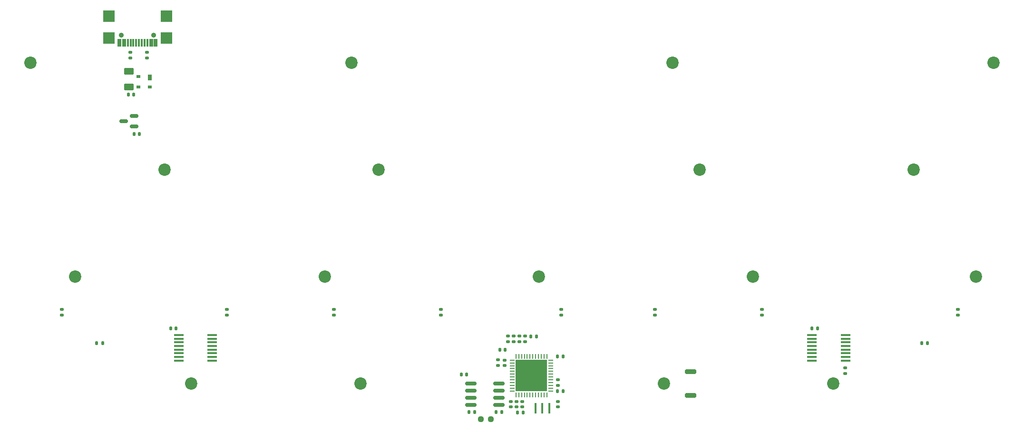
<source format=gbr>
%TF.GenerationSoftware,KiCad,Pcbnew,(7.0.0)*%
%TF.CreationDate,2023-05-05T19:02:53+02:00*%
%TF.ProjectId,travaulta revision,74726176-6175-46c7-9461-207265766973,rev?*%
%TF.SameCoordinates,Original*%
%TF.FileFunction,Soldermask,Bot*%
%TF.FilePolarity,Negative*%
%FSLAX46Y46*%
G04 Gerber Fmt 4.6, Leading zero omitted, Abs format (unit mm)*
G04 Created by KiCad (PCBNEW (7.0.0)) date 2023-05-05 19:02:53*
%MOMM*%
%LPD*%
G01*
G04 APERTURE LIST*
G04 Aperture macros list*
%AMRoundRect*
0 Rectangle with rounded corners*
0 $1 Rounding radius*
0 $2 $3 $4 $5 $6 $7 $8 $9 X,Y pos of 4 corners*
0 Add a 4 corners polygon primitive as box body*
4,1,4,$2,$3,$4,$5,$6,$7,$8,$9,$2,$3,0*
0 Add four circle primitives for the rounded corners*
1,1,$1+$1,$2,$3*
1,1,$1+$1,$4,$5*
1,1,$1+$1,$6,$7*
1,1,$1+$1,$8,$9*
0 Add four rect primitives between the rounded corners*
20,1,$1+$1,$2,$3,$4,$5,0*
20,1,$1+$1,$4,$5,$6,$7,0*
20,1,$1+$1,$6,$7,$8,$9,0*
20,1,$1+$1,$8,$9,$2,$3,0*%
G04 Aperture macros list end*
%ADD10C,2.200000*%
%ADD11R,0.400000X1.900000*%
%ADD12RoundRect,0.140000X0.140000X0.170000X-0.140000X0.170000X-0.140000X-0.170000X0.140000X-0.170000X0*%
%ADD13RoundRect,0.140000X-0.140000X-0.170000X0.140000X-0.170000X0.140000X0.170000X-0.140000X0.170000X0*%
%ADD14RoundRect,0.140000X-0.170000X0.140000X-0.170000X-0.140000X0.170000X-0.140000X0.170000X0.140000X0*%
%ADD15RoundRect,0.150000X-0.825000X-0.150000X0.825000X-0.150000X0.825000X0.150000X-0.825000X0.150000X0*%
%ADD16RoundRect,0.135000X-0.185000X0.135000X-0.185000X-0.135000X0.185000X-0.135000X0.185000X0.135000X0*%
%ADD17RoundRect,0.135000X0.185000X-0.135000X0.185000X0.135000X-0.185000X0.135000X-0.185000X-0.135000X0*%
%ADD18RoundRect,0.135000X-0.135000X-0.185000X0.135000X-0.185000X0.135000X0.185000X-0.135000X0.185000X0*%
%ADD19RoundRect,0.062500X0.062500X-0.375000X0.062500X0.375000X-0.062500X0.375000X-0.062500X-0.375000X0*%
%ADD20RoundRect,0.062500X0.375000X-0.062500X0.375000X0.062500X-0.375000X0.062500X-0.375000X-0.062500X0*%
%ADD21R,5.600000X5.600000*%
%ADD22RoundRect,0.135000X0.135000X0.185000X-0.135000X0.185000X-0.135000X-0.185000X0.135000X-0.185000X0*%
%ADD23R,1.778000X0.419100*%
%ADD24RoundRect,0.250000X-0.625000X0.375000X-0.625000X-0.375000X0.625000X-0.375000X0.625000X0.375000X0*%
%ADD25R,0.700000X1.000000*%
%ADD26R,0.700000X0.600000*%
%ADD27RoundRect,0.140000X0.170000X-0.140000X0.170000X0.140000X-0.170000X0.140000X-0.170000X-0.140000X0*%
%ADD28RoundRect,0.200000X-0.800000X0.200000X-0.800000X-0.200000X0.800000X-0.200000X0.800000X0.200000X0*%
%ADD29RoundRect,0.150000X0.587500X0.150000X-0.587500X0.150000X-0.587500X-0.150000X0.587500X-0.150000X0*%
%ADD30RoundRect,0.237500X0.250000X0.237500X-0.250000X0.237500X-0.250000X-0.237500X0.250000X-0.237500X0*%
%ADD31C,0.900000*%
%ADD32RoundRect,0.050000X-0.300000X-0.650000X0.300000X-0.650000X0.300000X0.650000X-0.300000X0.650000X0*%
%ADD33RoundRect,0.050000X-0.150000X-0.650000X0.150000X-0.650000X0.150000X0.650000X-0.150000X0.650000X0*%
%ADD34RoundRect,0.050000X-1.000000X-1.000000X1.000000X-1.000000X1.000000X1.000000X-1.000000X1.000000X0*%
G04 APERTURE END LIST*
D10*
%TO.C,H2*%
X120650000Y-57150000D03*
%TD*%
%TO.C,H11*%
X153987500Y-95250000D03*
%TD*%
%TO.C,H1*%
X63500000Y-57150000D03*
%TD*%
%TO.C,H9*%
X71437500Y-95250000D03*
%TD*%
%TO.C,H13*%
X231775000Y-95250000D03*
%TD*%
%TO.C,H5*%
X87312500Y-76200000D03*
%TD*%
%TO.C,H10*%
X115887500Y-95250000D03*
%TD*%
%TO.C,H8*%
X220662500Y-76200000D03*
%TD*%
%TO.C,H15*%
X122237500Y-114300000D03*
%TD*%
%TO.C,H3*%
X177800000Y-57150000D03*
%TD*%
%TO.C,H17*%
X206375000Y-114300000D03*
%TD*%
%TO.C,H4*%
X234950000Y-57150000D03*
%TD*%
%TO.C,H6*%
X125412500Y-76200000D03*
%TD*%
%TO.C,H16*%
X176212500Y-114300000D03*
%TD*%
%TO.C,H12*%
X192087500Y-95250000D03*
%TD*%
%TO.C,H7*%
X182562500Y-76200000D03*
%TD*%
%TO.C,H14*%
X92075000Y-114300000D03*
%TD*%
D11*
%TO.C,Y1*%
X153415999Y-118744999D03*
X154615999Y-118744999D03*
X155815999Y-118744999D03*
%TD*%
D12*
%TO.C,C7*%
X147984000Y-108331000D03*
X147024000Y-108331000D03*
%TD*%
D13*
%TO.C,C12*%
X202609436Y-104534305D03*
X203569436Y-104534305D03*
%TD*%
D14*
%TO.C,C15*%
X149031000Y-117540000D03*
X149031000Y-118500000D03*
%TD*%
D15*
%TO.C,U5*%
X141899097Y-118120501D03*
X141899097Y-116850501D03*
X141899097Y-115580501D03*
X141899097Y-114310501D03*
X146849097Y-114310501D03*
X146849097Y-115580501D03*
X146849097Y-116850501D03*
X146849097Y-118120501D03*
%TD*%
D16*
%TO.C,R7*%
X146742000Y-110107000D03*
X146742000Y-111127000D03*
%TD*%
D17*
%TO.C,R11*%
X98425000Y-102110000D03*
X98425000Y-101090000D03*
%TD*%
D16*
%TO.C,R2*%
X151511000Y-105877000D03*
X151511000Y-106897000D03*
%TD*%
D13*
%TO.C,C9*%
X157311000Y-115663994D03*
X158271000Y-115663994D03*
%TD*%
D18*
%TO.C,R4*%
X152525000Y-105918000D03*
X153545000Y-105918000D03*
%TD*%
D19*
%TO.C,U1*%
X155404000Y-116340500D03*
X154904000Y-116340500D03*
X154404000Y-116340500D03*
X153904000Y-116340500D03*
X153404000Y-116340500D03*
X152904000Y-116340500D03*
X152404000Y-116340500D03*
X151904000Y-116340500D03*
X151404000Y-116340500D03*
X150904000Y-116340500D03*
X150404000Y-116340500D03*
X149904000Y-116340500D03*
D20*
X149216500Y-115653000D03*
X149216500Y-115153000D03*
X149216500Y-114653000D03*
X149216500Y-114153000D03*
X149216500Y-113653000D03*
X149216500Y-113153000D03*
X149216500Y-112653000D03*
X149216500Y-112153000D03*
X149216500Y-111653000D03*
X149216500Y-111153000D03*
X149216500Y-110653000D03*
X149216500Y-110153000D03*
D19*
X149904000Y-109465500D03*
X150404000Y-109465500D03*
X150904000Y-109465500D03*
X151404000Y-109465500D03*
X151904000Y-109465500D03*
X152404000Y-109465500D03*
X152904000Y-109465500D03*
X153404000Y-109465500D03*
X153904000Y-109465500D03*
X154404000Y-109465500D03*
X154904000Y-109465500D03*
X155404000Y-109465500D03*
D20*
X156091500Y-110153000D03*
X156091500Y-110653000D03*
X156091500Y-111153000D03*
X156091500Y-111653000D03*
X156091500Y-112153000D03*
X156091500Y-112653000D03*
X156091500Y-113153000D03*
X156091500Y-113653000D03*
X156091500Y-114153000D03*
X156091500Y-114653000D03*
X156091500Y-115153000D03*
X156091500Y-115653000D03*
D21*
X152653999Y-112902999D03*
%TD*%
D17*
%TO.C,R12*%
X157956250Y-102110000D03*
X157956250Y-101090000D03*
%TD*%
%TO.C,R15*%
X69088000Y-102110000D03*
X69088000Y-101090000D03*
%TD*%
D14*
%TO.C,C11*%
X151063000Y-117540000D03*
X151063000Y-118500000D03*
%TD*%
D22*
%TO.C,R13*%
X76305148Y-107156250D03*
X75285148Y-107156250D03*
%TD*%
D13*
%TO.C,C8*%
X157311000Y-109474000D03*
X158271000Y-109474000D03*
%TD*%
D17*
%TO.C,R10*%
X174625000Y-102110000D03*
X174625000Y-101090000D03*
%TD*%
D23*
%TO.C,U3*%
X208555589Y-105676699D03*
X208555589Y-106326939D03*
X208555589Y-106977179D03*
X208555589Y-107627419D03*
X208555589Y-108272579D03*
X208555589Y-108922819D03*
X208555589Y-109573059D03*
X208555589Y-110223299D03*
X202606909Y-110223299D03*
X202606909Y-109573059D03*
X202606909Y-108922819D03*
X202606909Y-108272579D03*
X202606909Y-107627419D03*
X202606909Y-106977179D03*
X202606909Y-106326939D03*
X202606909Y-105676699D03*
%TD*%
D17*
%TO.C,R1*%
X148463000Y-106897000D03*
X148463000Y-105877000D03*
%TD*%
%TO.C,R16*%
X228600000Y-102110000D03*
X228600000Y-101090000D03*
%TD*%
D12*
%TO.C,C14*%
X141132500Y-112712500D03*
X140172500Y-112712500D03*
%TD*%
D17*
%TO.C,R9*%
X149479000Y-106897000D03*
X149479000Y-105877000D03*
%TD*%
D12*
%TO.C,C13*%
X89380000Y-104485820D03*
X88420000Y-104485820D03*
%TD*%
D18*
%TO.C,R21*%
X146332687Y-119390501D03*
X147352687Y-119390501D03*
%TD*%
D13*
%TO.C,C5*%
X81943000Y-69850000D03*
X82903000Y-69850000D03*
%TD*%
D17*
%TO.C,R20*%
X193675000Y-102110000D03*
X193675000Y-101090000D03*
%TD*%
D22*
%TO.C,R23*%
X142592312Y-119390501D03*
X141572312Y-119390501D03*
%TD*%
D16*
%TO.C,R14*%
X208548088Y-111558447D03*
X208548088Y-112578447D03*
%TD*%
D18*
%TO.C,R6*%
X150169000Y-119507000D03*
X151189000Y-119507000D03*
%TD*%
D24*
%TO.C,F_USBC1*%
X80962500Y-58671000D03*
X80962500Y-61471000D03*
%TD*%
D25*
%TO.C,D1*%
X84692999Y-59828999D03*
D26*
X84692999Y-61528999D03*
X82692999Y-61528999D03*
X82692999Y-59628999D03*
%TD*%
D17*
%TO.C,R18*%
X81280000Y-56356250D03*
X81280000Y-55336250D03*
%TD*%
D16*
%TO.C,R3*%
X157410000Y-113663000D03*
X157410000Y-114683000D03*
%TD*%
%TO.C,R8*%
X150495000Y-105877000D03*
X150495000Y-106897000D03*
%TD*%
D18*
%TO.C,R5*%
X222146885Y-107164145D03*
X223166885Y-107164145D03*
%TD*%
D27*
%TO.C,C1*%
X147885000Y-111097000D03*
X147885000Y-110137000D03*
%TD*%
D13*
%TO.C,C4*%
X80927000Y-62865000D03*
X81887000Y-62865000D03*
%TD*%
D23*
%TO.C,U4*%
X95843089Y-105676699D03*
X95843089Y-106326939D03*
X95843089Y-106977179D03*
X95843089Y-107627419D03*
X95843089Y-108272579D03*
X95843089Y-108922819D03*
X95843089Y-109573059D03*
X95843089Y-110223299D03*
X89894409Y-110223299D03*
X89894409Y-109573059D03*
X89894409Y-108922819D03*
X89894409Y-108272579D03*
X89894409Y-107627419D03*
X89894409Y-106977179D03*
X89894409Y-106326939D03*
X89894409Y-105676699D03*
%TD*%
D28*
%TO.C,SW38*%
X180975000Y-112200000D03*
X180975000Y-116400000D03*
%TD*%
D14*
%TO.C,C6*%
X157410000Y-117503000D03*
X157410000Y-118463000D03*
%TD*%
D29*
%TO.C,U2*%
X81963500Y-66614000D03*
X81963500Y-68514000D03*
X80088500Y-67564000D03*
%TD*%
D30*
%TO.C,JP1*%
X145462340Y-120650000D03*
X143637340Y-120650000D03*
%TD*%
D31*
%TO.C,USB1*%
X79660000Y-52271250D03*
X85440000Y-52271250D03*
D32*
X79350000Y-53631250D03*
X80150000Y-53631250D03*
D33*
X80800000Y-53631250D03*
X81300000Y-53631250D03*
X81800000Y-53631250D03*
X82300000Y-53631250D03*
X82800000Y-53631250D03*
X83300000Y-53631250D03*
X83800000Y-53631250D03*
X84300000Y-53631250D03*
D32*
X84950000Y-53631250D03*
X85750000Y-53631250D03*
D34*
X77430000Y-48871250D03*
X77430000Y-52771250D03*
X87670000Y-48871250D03*
X87670000Y-52771250D03*
%TD*%
D17*
%TO.C,R19*%
X136525000Y-102110000D03*
X136525000Y-101090000D03*
%TD*%
D16*
%TO.C,R24*%
X84201000Y-55336250D03*
X84201000Y-56356250D03*
%TD*%
D14*
%TO.C,C10*%
X150047000Y-117540000D03*
X150047000Y-118500000D03*
%TD*%
D17*
%TO.C,R17*%
X117475000Y-102110000D03*
X117475000Y-101090000D03*
%TD*%
M02*

</source>
